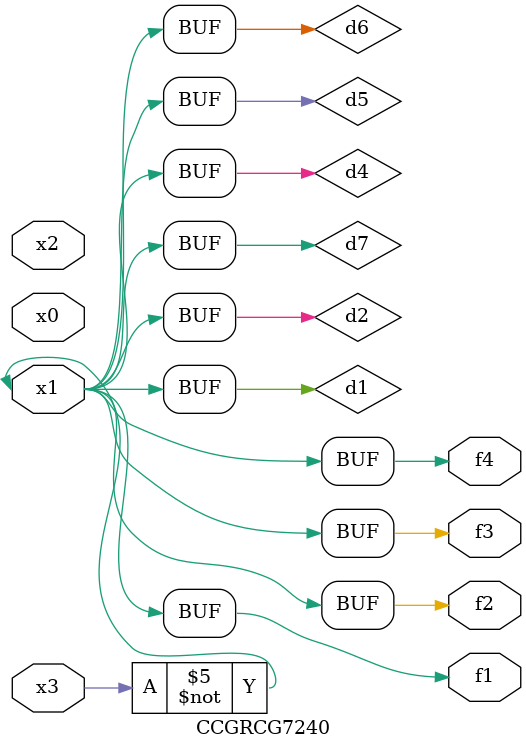
<source format=v>
module CCGRCG7240(
	input x0, x1, x2, x3,
	output f1, f2, f3, f4
);

	wire d1, d2, d3, d4, d5, d6, d7;

	not (d1, x3);
	buf (d2, x1);
	xnor (d3, d1, d2);
	nor (d4, d1);
	buf (d5, d1, d2);
	buf (d6, d4, d5);
	nand (d7, d4);
	assign f1 = d6;
	assign f2 = d7;
	assign f3 = d6;
	assign f4 = d6;
endmodule

</source>
